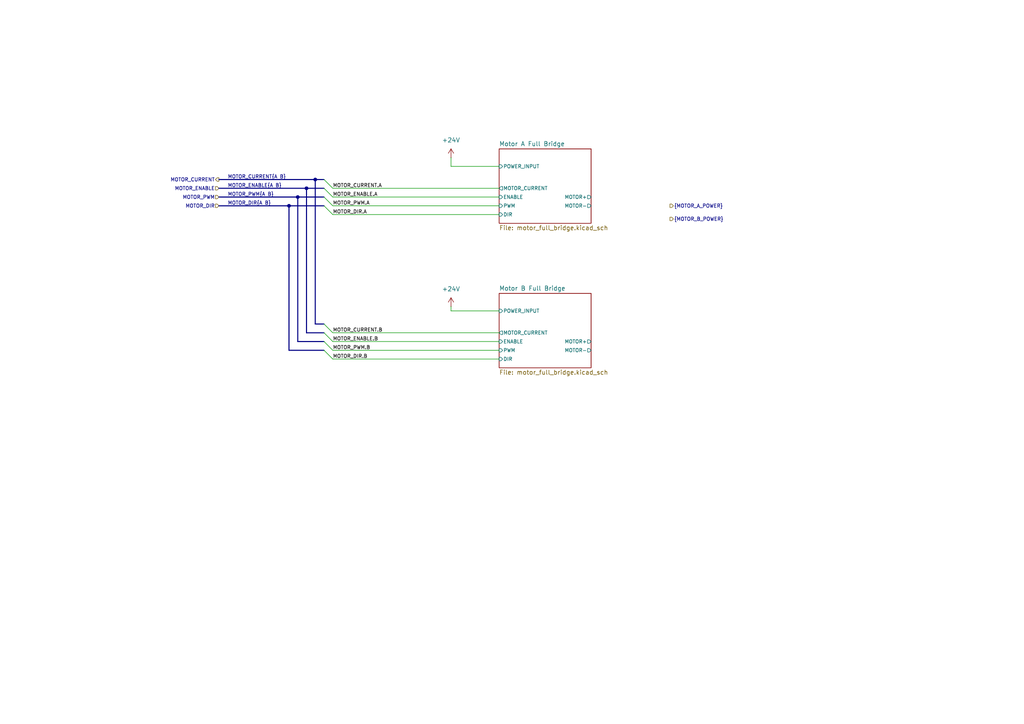
<source format=kicad_sch>
(kicad_sch (version 20250114) (generator "eeschema") (generator_version "9.0")
  (paper "A4")
  (lib_symbols
    (symbol "power:+24V" (power) (pin_numbers (hide yes)) (pin_names (offset 0) (hide yes))
      (property "Value" "+24V" (at 0 3.556 0))
      (symbol "+24V_0_1"
        (polyline (pts (xy -0.762 1.27) (xy 0 2.54)))
        (polyline (pts (xy 0 2.54) (xy 0.762 1.27)))
        (polyline (pts (xy 0 0) (xy 0 2.54)))
      )
      (symbol "+24V_1_1"
        (pin power_in line (at 0 0 90) (length 0) (name "~") (number "1"))
      )
    )
  )
  (junction (at 86.36 57.15))
  (junction (at 88.9 54.61))
  (junction (at 91.44 52.07))
  (junction (at 83.82 59.69))
  (bus_entry (at 93.98 57.15) (size 2.54 2.54))
  (bus_entry (at 93.98 59.69) (size 2.54 2.54))
  (bus_entry (at 93.98 99.06) (size 2.54 2.54))
  (bus_entry (at 93.98 93.98) (size 2.54 2.54))
  (bus_entry (at 93.98 101.6) (size 2.54 2.54))
  (bus_entry (at 93.98 52.07) (size 2.54 2.54))
  (bus_entry (at 93.98 54.61) (size 2.54 2.54))
  (bus_entry (at 93.98 96.52) (size 2.54 2.54))
  (wire (pts (xy 96.52 96.52) (xy 144.78 96.52)))
  (wire (pts (xy 96.52 59.69) (xy 144.78 59.69)))
  (bus (pts (xy 63.5 57.15) (xy 86.36 57.15)))
  (wire (pts (xy 130.81 90.17) (xy 144.78 90.17)))
  (bus (pts (xy 63.5 54.61) (xy 88.9 54.61)))
  (bus (pts (xy 83.82 101.6) (xy 93.98 101.6)))
  (wire (pts (xy 130.81 45.72) (xy 130.81 48.26)))
  (wire (pts (xy 96.52 57.15) (xy 144.78 57.15)))
  (bus (pts (xy 83.82 59.69) (xy 93.98 59.69)))
  (bus (pts (xy 91.44 52.07) (xy 93.98 52.07)))
  (bus (pts (xy 86.36 57.15) (xy 86.36 99.06)))
  (bus (pts (xy 83.82 59.69) (xy 83.82 101.6)))
  (wire (pts (xy 96.52 101.6) (xy 144.78 101.6)))
  (wire (pts (xy 96.52 104.14) (xy 144.78 104.14)))
  (bus (pts (xy 63.5 59.69) (xy 83.82 59.69)))
  (wire (pts (xy 96.52 54.61) (xy 144.78 54.61)))
  (bus (pts (xy 63.5 52.07) (xy 91.44 52.07)))
  (bus (pts (xy 86.36 57.15) (xy 93.98 57.15)))
  (bus (pts (xy 91.44 93.98) (xy 93.98 93.98)))
  (bus (pts (xy 88.9 96.52) (xy 93.98 96.52)))
  (wire (pts (xy 96.52 99.06) (xy 144.78 99.06)))
  (bus (pts (xy 91.44 52.07) (xy 91.44 93.98)))
  (bus (pts (xy 86.36 99.06) (xy 93.98 99.06)))
  (wire (pts (xy 130.81 48.26) (xy 144.78 48.26)))
  (bus (pts (xy 88.9 54.61) (xy 93.98 54.61)))
  (wire (pts (xy 96.52 62.23) (xy 144.78 62.23)))
  (wire (pts (xy 130.81 88.9) (xy 130.81 90.17)))
  (bus (pts (xy 88.9 54.61) (xy 88.9 96.52)))
  (label "MOTOR_ENABLE.A" (at 96.52 57.15 0) (effects (font (size 1.016 1.016))))
  (label "MOTOR_DIR.A" (at 96.52 62.23 0) (effects (font (size 1.016 1.016))))
  (label "MOTOR_ENABLE.B" (at 96.52 99.06 0) (effects (font (size 1.016 1.016))))
  (label "MOTOR_CURRENT{A B}" (at 66.04 52.07 0) (effects (font (size 1.016 1.016))))
  (label "MOTOR_ENABLE{A B}" (at 66.04 54.61 0) (effects (font (size 1.016 1.016))))
  (label "MOTOR_CURRENT.A" (at 96.52 54.61 0) (effects (font (size 1.016 1.016))))
  (label "MOTOR_PWM{A B}" (at 66.04 57.15 0) (effects (font (size 1.016 1.016))))
  (label "MOTOR_PWM.B" (at 96.52 101.6 0) (effects (font (size 1.016 1.016))))
  (label "MOTOR_PWM.A" (at 96.52 59.69 0) (effects (font (size 1.016 1.016))))
  (label "MOTOR_DIR.B" (at 96.52 104.14 0) (effects (font (size 1.016 1.016))))
  (label "MOTOR_DIR{A B}" (at 66.04 59.69 0) (effects (font (size 1.016 1.016))))
  (label "MOTOR_CURRENT.B" (at 96.52 96.52 0) (effects (font (size 1.016 1.016))))
  (hierarchical_label "MOTOR_ENABLE" (shape input) (at 63.5 54.61 180) (effects (font (size 1.016 1.016))))
  (hierarchical_label "MOTOR_PWM" (shape input) (at 63.5 57.15 180) (effects (font (size 1.016 1.016))))
  (hierarchical_label "MOTOR_DIR" (shape input) (at 63.5 59.69 180) (effects (font (size 1.016 1.016))))
  (hierarchical_label "MOTOR_CURRENT" (shape output) (at 63.5 52.07 180) (effects (font (size 1.016 1.016))))
  (hierarchical_label "{MOTOR_A_POWER}" (shape output) (at 194.31 59.69 0) (effects (font (size 1.016 1.016))))
  (hierarchical_label "{MOTOR_B_POWER}" (shape output) (at 194.31 63.5 0) (effects (font (size 1.016 1.016))))
  (symbol (lib_id "power:+24V") (at 130.81 88.9 0) (unit 1)
    (property "Reference" "#PWR01602" (effects (hide yes)))
    (property "Value" "+24V" (at 130.81 83.82 0))
    (property "Description" "Power symbol creates a global label with name \"+24V\"" (effects (hide yes)))
  )
  (symbol (lib_id "power:+24V") (at 130.81 45.72 0) (unit 1)
    (property "Reference" "#PWR01601" (effects (hide yes)))
    (property "Value" "+24V" (at 130.81 40.64 0))
    (property "Description" "Power symbol creates a global label with name \"+24V\"" (effects (hide yes)))
  )
  (sheet (at 144.78 43.18) (size 26.67 21.59) (stroke (width 0.1524))
    (property "Sheetname" "Motor A Full Bridge" (at 144.78 42.4684 0) (effects (justify left bottom)))
    (property "Sheetfile" "motor_full_bridge.kicad_sch" (at 144.78 65.3546 0) (effects (justify left top)))
    (pin "DIR" input (at 144.78 62.23 180) (effects (font (size 1.016 1.016))))
    (pin "ENABLE" input (at 144.78 57.15 180) (effects (font (size 1.016 1.016))))
    (pin "POWER_INPUT" input (at 144.78 48.26 180) (effects (font (size 1.016 1.016))))
    (pin "PWM" input (at 144.78 59.69 180) (effects (font (size 1.016 1.016))))
    (pin "MOTOR+" output (at 171.45 57.15 0) (effects (font (size 1.016 1.016))))
    (pin "MOTOR-" output (at 171.45 59.69 0) (effects (font (size 1.016 1.016))))
    (pin "MOTOR_CURRENT" output (at 144.78 54.61 180) (effects (font (size 1.016 1.016))))
  )
  (sheet (at 144.78 85.09) (size 26.67 21.59) (stroke (width 0.1524))
    (property "Sheetname" "Motor B Full Bridge" (at 144.78 84.3784 0) (effects (justify left bottom)))
    (property "Sheetfile" "motor_full_bridge.kicad_sch" (at 144.78 107.2646 0) (effects (justify left top)))
    (pin "POWER_INPUT" input (at 144.78 90.17 180) (effects (font (size 1.016 1.016))))
    (pin "DIR" input (at 144.78 104.14 180) (effects (font (size 1.016 1.016))))
    (pin "ENABLE" input (at 144.78 99.06 180) (effects (font (size 1.016 1.016))))
    (pin "PWM" input (at 144.78 101.6 180) (effects (font (size 1.016 1.016))))
    (pin "MOTOR+" output (at 171.45 99.06 0) (effects (font (size 1.016 1.016))))
    (pin "MOTOR-" output (at 171.45 101.6 0) (effects (font (size 1.016 1.016))))
    (pin "MOTOR_CURRENT" output (at 144.78 96.52 180) (effects (font (size 1.016 1.016))))
  )
)
</source>
